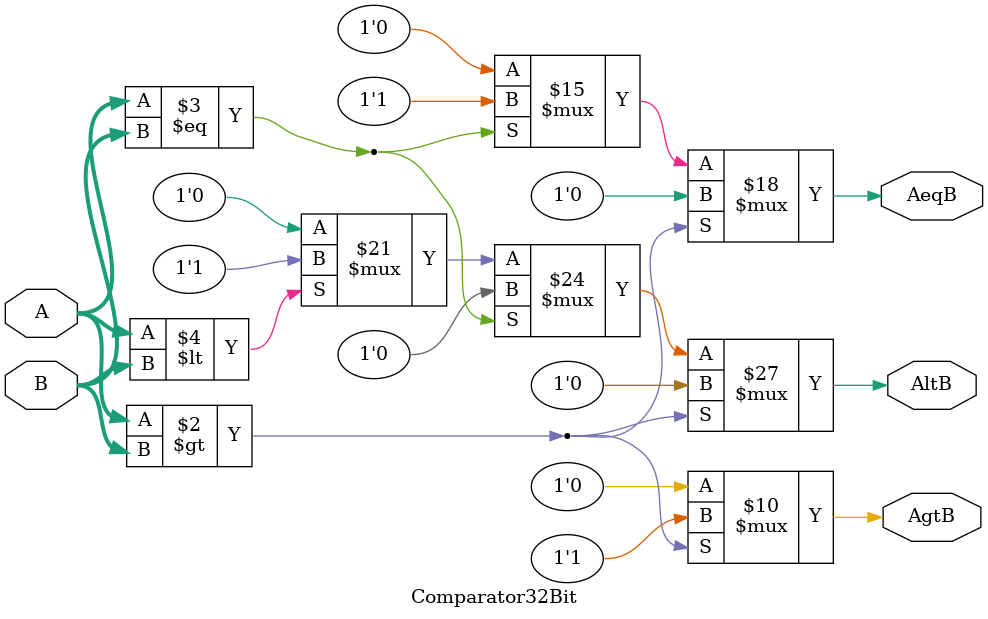
<source format=v>
`timescale 1ns / 1ps


module Comparator32Bit(A,B,AltB,AeqB,AgtB);
    
    input [31:0] A,B;
    output reg AltB,AeqB,AgtB;
    
    always @(*) begin
        if (A > B) begin
            AltB <= 0;
            AeqB <= 0;
            AgtB <= 1;
        end
        
        else if (A == B) begin
            AltB <= 0;
            AeqB <= 1;
            AgtB <= 0;
        end
        else if (A < B) begin
            AltB <= 1;
            AeqB <= 0;
            AgtB <= 0;
        end
        else begin
            AltB <= 0;
            AeqB <= 0;
            AgtB <= 0;
        end
    end
endmodule

</source>
